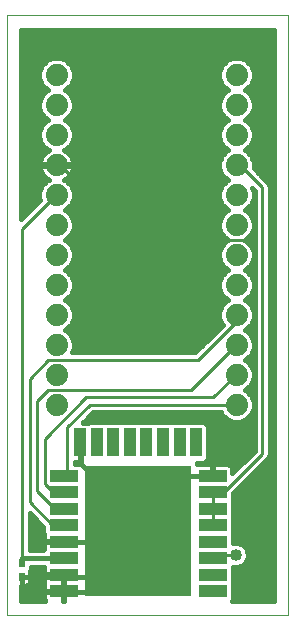
<source format=gtl>
G75*
%MOIN*%
%OFA0B0*%
%FSLAX25Y25*%
%IPPOS*%
%LPD*%
%AMOC8*
5,1,8,0,0,1.08239X$1,22.5*
%
%ADD10C,0.00000*%
%ADD11R,0.03937X0.09646*%
%ADD12R,0.09646X0.03937*%
%ADD13R,0.35433X0.43307*%
%ADD14C,0.07400*%
%ADD15R,0.02000X0.02600*%
%ADD16C,0.01000*%
%ADD17C,0.01600*%
%ADD18C,0.04000*%
D10*
X0003000Y0001800D02*
X0003000Y0201761D01*
X0096701Y0201761D01*
X0096701Y0001800D01*
X0003000Y0001800D01*
D11*
X0027429Y0059300D03*
X0032941Y0059300D03*
X0038453Y0059300D03*
X0043965Y0059300D03*
X0049476Y0059300D03*
X0054988Y0059300D03*
X0060500Y0059300D03*
X0066012Y0059300D03*
D12*
X0071524Y0048276D03*
X0071524Y0042765D03*
X0071524Y0037253D03*
X0071524Y0031741D03*
X0071524Y0026229D03*
X0071524Y0020717D03*
X0071524Y0015206D03*
X0071524Y0009694D03*
X0021917Y0009694D03*
X0021917Y0015206D03*
X0021917Y0020717D03*
X0021917Y0026229D03*
X0021917Y0031741D03*
X0021917Y0037253D03*
X0021917Y0042765D03*
X0021917Y0048276D03*
D13*
X0046720Y0029772D03*
D14*
X0019500Y0071800D03*
X0019500Y0081800D03*
X0019500Y0091800D03*
X0019500Y0101800D03*
X0019500Y0111800D03*
X0019500Y0121800D03*
X0019500Y0131800D03*
X0019500Y0141800D03*
X0019500Y0151800D03*
X0019500Y0161800D03*
X0019500Y0171800D03*
X0019500Y0181800D03*
X0079500Y0181800D03*
X0079500Y0171800D03*
X0079500Y0161800D03*
X0079500Y0151800D03*
X0079500Y0141800D03*
X0079500Y0131800D03*
X0079500Y0121800D03*
X0079500Y0111800D03*
X0079500Y0101800D03*
X0079500Y0091800D03*
X0079500Y0081800D03*
X0079500Y0071800D03*
D15*
X0008000Y0019000D03*
X0008000Y0014600D03*
D16*
X0008000Y0020550D02*
X0008000Y0130550D01*
X0019250Y0141800D01*
X0019500Y0141800D01*
X0019500Y0151800D02*
X0020500Y0151800D01*
X0045500Y0126800D01*
X0081750Y0126800D01*
X0085500Y0123050D01*
X0085500Y0070550D01*
X0071750Y0056800D01*
X0071750Y0049300D01*
X0071524Y0048276D01*
X0071750Y0043050D02*
X0071524Y0042765D01*
X0071750Y0041800D01*
X0071750Y0038050D01*
X0071524Y0037253D01*
X0071750Y0036800D01*
X0071750Y0031800D01*
X0071524Y0031741D01*
X0071750Y0021800D02*
X0071524Y0020717D01*
X0071750Y0021800D02*
X0079250Y0021800D01*
X0075500Y0043050D02*
X0071750Y0043050D01*
X0075500Y0043050D02*
X0088000Y0055550D01*
X0088000Y0144300D01*
X0080500Y0151800D01*
X0079500Y0151800D01*
X0079250Y0101800D02*
X0079500Y0101800D01*
X0079250Y0101800D02*
X0079250Y0099300D01*
X0066750Y0086800D01*
X0016750Y0086800D01*
X0010500Y0080550D01*
X0010500Y0039300D01*
X0018000Y0031800D01*
X0021750Y0031800D01*
X0021917Y0031741D01*
X0021917Y0037253D02*
X0021750Y0038050D01*
X0018000Y0038050D01*
X0013000Y0043050D01*
X0013000Y0073050D01*
X0016750Y0076800D01*
X0064250Y0076800D01*
X0079250Y0091800D01*
X0079500Y0091800D01*
X0079500Y0081800D02*
X0079250Y0081800D01*
X0071750Y0074300D01*
X0029250Y0074300D01*
X0015500Y0060550D01*
X0015500Y0045550D01*
X0018000Y0043050D01*
X0021750Y0043050D01*
X0021917Y0042765D01*
X0021917Y0048276D02*
X0023000Y0049300D01*
X0023000Y0064300D01*
X0030500Y0071800D01*
X0079500Y0071800D01*
X0021917Y0015206D02*
X0021750Y0014300D01*
D17*
X0021917Y0014300D01*
X0021917Y0009694D01*
X0021917Y0009300D01*
X0030500Y0009300D01*
X0033000Y0014300D02*
X0033000Y0026229D01*
X0033000Y0026800D01*
X0043000Y0036800D01*
X0027429Y0052371D01*
X0027429Y0059300D01*
X0027245Y0059116D02*
X0027613Y0059116D01*
X0027613Y0052864D01*
X0027004Y0052254D01*
X0027004Y0052245D01*
X0025500Y0052245D01*
X0025500Y0052677D01*
X0027245Y0052677D01*
X0027245Y0059116D01*
X0027245Y0058045D02*
X0027613Y0058045D01*
X0027613Y0056447D02*
X0027245Y0056447D01*
X0027245Y0054848D02*
X0027613Y0054848D01*
X0027613Y0053250D02*
X0027245Y0053250D01*
X0028158Y0065923D02*
X0031536Y0069300D01*
X0074366Y0069300D01*
X0074668Y0068571D01*
X0076271Y0066968D01*
X0078366Y0066100D01*
X0080634Y0066100D01*
X0082729Y0066968D01*
X0084332Y0068571D01*
X0085200Y0070666D01*
X0085200Y0072934D01*
X0084332Y0075029D01*
X0082729Y0076632D01*
X0082324Y0076800D01*
X0082729Y0076968D01*
X0084332Y0078571D01*
X0085200Y0080666D01*
X0085200Y0082934D01*
X0084332Y0085029D01*
X0082729Y0086632D01*
X0082324Y0086800D01*
X0082729Y0086968D01*
X0084332Y0088571D01*
X0085200Y0090666D01*
X0085200Y0092934D01*
X0084332Y0095029D01*
X0082729Y0096632D01*
X0082324Y0096800D01*
X0082729Y0096968D01*
X0084332Y0098571D01*
X0085200Y0100666D01*
X0085200Y0102934D01*
X0084332Y0105029D01*
X0082729Y0106632D01*
X0082324Y0106800D01*
X0082729Y0106968D01*
X0084332Y0108571D01*
X0085200Y0110666D01*
X0085200Y0112934D01*
X0084332Y0115029D01*
X0082729Y0116632D01*
X0082324Y0116800D01*
X0082729Y0116968D01*
X0084332Y0118571D01*
X0085200Y0120666D01*
X0085200Y0122934D01*
X0084332Y0125029D01*
X0082729Y0126632D01*
X0082324Y0126800D01*
X0082729Y0126968D01*
X0084332Y0128571D01*
X0085200Y0130666D01*
X0085200Y0132934D01*
X0084332Y0135029D01*
X0082729Y0136632D01*
X0082324Y0136800D01*
X0082729Y0136968D01*
X0084332Y0138571D01*
X0085200Y0140666D01*
X0085200Y0142934D01*
X0084754Y0144010D01*
X0085500Y0143264D01*
X0085500Y0056586D01*
X0078146Y0049232D01*
X0078146Y0050482D01*
X0078024Y0050940D01*
X0077787Y0051350D01*
X0077452Y0051685D01*
X0077041Y0051922D01*
X0076583Y0052045D01*
X0071708Y0052045D01*
X0071708Y0048461D01*
X0071339Y0048461D01*
X0071339Y0052045D01*
X0066464Y0052045D01*
X0066437Y0052038D01*
X0066437Y0052254D01*
X0066214Y0052477D01*
X0068809Y0052477D01*
X0069980Y0053649D01*
X0069980Y0064951D01*
X0068809Y0066123D01*
X0030144Y0066123D01*
X0029879Y0065857D01*
X0029635Y0065923D01*
X0028158Y0065923D01*
X0028273Y0066038D02*
X0030059Y0066038D01*
X0029872Y0067636D02*
X0075603Y0067636D01*
X0074393Y0069235D02*
X0031470Y0069235D01*
X0024634Y0089300D02*
X0025200Y0090666D01*
X0025200Y0092934D01*
X0024332Y0095029D01*
X0022729Y0096632D01*
X0022324Y0096800D01*
X0022729Y0096968D01*
X0024332Y0098571D01*
X0025200Y0100666D01*
X0025200Y0102934D01*
X0024332Y0105029D01*
X0022729Y0106632D01*
X0022324Y0106800D01*
X0022729Y0106968D01*
X0024332Y0108571D01*
X0025200Y0110666D01*
X0025200Y0112934D01*
X0024332Y0115029D01*
X0022729Y0116632D01*
X0022324Y0116800D01*
X0022729Y0116968D01*
X0024332Y0118571D01*
X0025200Y0120666D01*
X0025200Y0122934D01*
X0024332Y0125029D01*
X0022729Y0126632D01*
X0022324Y0126800D01*
X0022729Y0126968D01*
X0024332Y0128571D01*
X0025200Y0130666D01*
X0025200Y0132934D01*
X0024332Y0135029D01*
X0022729Y0136632D01*
X0022324Y0136800D01*
X0022729Y0136968D01*
X0024332Y0138571D01*
X0025200Y0140666D01*
X0025200Y0142934D01*
X0024332Y0145029D01*
X0022729Y0146632D01*
X0022036Y0146919D01*
X0022383Y0147096D01*
X0023083Y0147605D01*
X0023695Y0148217D01*
X0024204Y0148917D01*
X0024597Y0149689D01*
X0024865Y0150512D01*
X0025000Y0151367D01*
X0025000Y0151600D01*
X0019700Y0151600D01*
X0019700Y0152000D01*
X0025000Y0152000D01*
X0025000Y0152233D01*
X0024865Y0153088D01*
X0024597Y0153911D01*
X0024204Y0154683D01*
X0023695Y0155383D01*
X0023083Y0155995D01*
X0022383Y0156504D01*
X0022036Y0156681D01*
X0022729Y0156968D01*
X0024332Y0158571D01*
X0025200Y0160666D01*
X0025200Y0162934D01*
X0024332Y0165029D01*
X0022729Y0166632D01*
X0022324Y0166800D01*
X0022729Y0166968D01*
X0024332Y0168571D01*
X0025200Y0170666D01*
X0025200Y0172934D01*
X0024332Y0175029D01*
X0022729Y0176632D01*
X0022324Y0176800D01*
X0022729Y0176968D01*
X0024332Y0178571D01*
X0025200Y0180666D01*
X0025200Y0182934D01*
X0024332Y0185029D01*
X0022729Y0186632D01*
X0020634Y0187500D01*
X0018366Y0187500D01*
X0016271Y0186632D01*
X0014668Y0185029D01*
X0013800Y0182934D01*
X0013800Y0180666D01*
X0014668Y0178571D01*
X0016271Y0176968D01*
X0016676Y0176800D01*
X0016271Y0176632D01*
X0014668Y0175029D01*
X0013800Y0172934D01*
X0013800Y0170666D01*
X0014668Y0168571D01*
X0016271Y0166968D01*
X0016676Y0166800D01*
X0016271Y0166632D01*
X0014668Y0165029D01*
X0013800Y0162934D01*
X0013800Y0160666D01*
X0014668Y0158571D01*
X0016271Y0156968D01*
X0016964Y0156681D01*
X0016617Y0156504D01*
X0015917Y0155995D01*
X0015305Y0155383D01*
X0014796Y0154683D01*
X0014403Y0153911D01*
X0014135Y0153088D01*
X0014000Y0152233D01*
X0014000Y0152000D01*
X0019300Y0152000D01*
X0019300Y0151600D01*
X0014000Y0151600D01*
X0014000Y0151367D01*
X0014135Y0150512D01*
X0014403Y0149689D01*
X0014796Y0148917D01*
X0015305Y0148217D01*
X0015917Y0147605D01*
X0016617Y0147096D01*
X0016964Y0146919D01*
X0016271Y0146632D01*
X0014668Y0145029D01*
X0013800Y0142934D01*
X0013800Y0140666D01*
X0014029Y0140114D01*
X0007800Y0133886D01*
X0007800Y0196961D01*
X0091901Y0196961D01*
X0091901Y0006600D01*
X0078050Y0006600D01*
X0078346Y0006897D01*
X0078346Y0017845D01*
X0078454Y0017800D01*
X0080046Y0017800D01*
X0081516Y0018409D01*
X0082641Y0019534D01*
X0083250Y0021004D01*
X0083250Y0022596D01*
X0082641Y0024066D01*
X0081516Y0025191D01*
X0080046Y0025800D01*
X0078454Y0025800D01*
X0078346Y0025755D01*
X0078346Y0042361D01*
X0089416Y0053431D01*
X0090119Y0054134D01*
X0090500Y0055053D01*
X0090500Y0144797D01*
X0090119Y0145716D01*
X0085191Y0150645D01*
X0085200Y0150666D01*
X0085200Y0152934D01*
X0084332Y0155029D01*
X0082729Y0156632D01*
X0082324Y0156800D01*
X0082729Y0156968D01*
X0084332Y0158571D01*
X0085200Y0160666D01*
X0085200Y0162934D01*
X0084332Y0165029D01*
X0082729Y0166632D01*
X0082324Y0166800D01*
X0082729Y0166968D01*
X0084332Y0168571D01*
X0085200Y0170666D01*
X0085200Y0172934D01*
X0084332Y0175029D01*
X0082729Y0176632D01*
X0082324Y0176800D01*
X0082729Y0176968D01*
X0084332Y0178571D01*
X0085200Y0180666D01*
X0085200Y0182934D01*
X0084332Y0185029D01*
X0082729Y0186632D01*
X0080634Y0187500D01*
X0078366Y0187500D01*
X0076271Y0186632D01*
X0074668Y0185029D01*
X0073800Y0182934D01*
X0073800Y0180666D01*
X0074668Y0178571D01*
X0076271Y0176968D01*
X0076676Y0176800D01*
X0076271Y0176632D01*
X0074668Y0175029D01*
X0073800Y0172934D01*
X0073800Y0170666D01*
X0074668Y0168571D01*
X0076271Y0166968D01*
X0076676Y0166800D01*
X0076271Y0166632D01*
X0074668Y0165029D01*
X0073800Y0162934D01*
X0073800Y0160666D01*
X0074668Y0158571D01*
X0076271Y0156968D01*
X0076676Y0156800D01*
X0076271Y0156632D01*
X0074668Y0155029D01*
X0073800Y0152934D01*
X0073800Y0150666D01*
X0074668Y0148571D01*
X0076271Y0146968D01*
X0076676Y0146800D01*
X0076271Y0146632D01*
X0074668Y0145029D01*
X0073800Y0142934D01*
X0073800Y0140666D01*
X0074668Y0138571D01*
X0076271Y0136968D01*
X0076676Y0136800D01*
X0076271Y0136632D01*
X0074668Y0135029D01*
X0073800Y0132934D01*
X0073800Y0130666D01*
X0074668Y0128571D01*
X0076271Y0126968D01*
X0076676Y0126800D01*
X0076271Y0126632D01*
X0074668Y0125029D01*
X0073800Y0122934D01*
X0073800Y0120666D01*
X0074668Y0118571D01*
X0076271Y0116968D01*
X0076676Y0116800D01*
X0076271Y0116632D01*
X0074668Y0115029D01*
X0073800Y0112934D01*
X0073800Y0110666D01*
X0074668Y0108571D01*
X0076271Y0106968D01*
X0076676Y0106800D01*
X0076271Y0106632D01*
X0074668Y0105029D01*
X0073800Y0102934D01*
X0073800Y0100666D01*
X0074668Y0098571D01*
X0074827Y0098412D01*
X0065714Y0089300D01*
X0024634Y0089300D01*
X0024930Y0090015D02*
X0066430Y0090015D01*
X0068028Y0091614D02*
X0025200Y0091614D01*
X0025085Y0093212D02*
X0069627Y0093212D01*
X0071225Y0094811D02*
X0024422Y0094811D01*
X0022952Y0096409D02*
X0072824Y0096409D01*
X0074422Y0098008D02*
X0023769Y0098008D01*
X0024761Y0099606D02*
X0074239Y0099606D01*
X0073800Y0101205D02*
X0025200Y0101205D01*
X0025200Y0102803D02*
X0073800Y0102803D01*
X0074408Y0104402D02*
X0024592Y0104402D01*
X0023360Y0106001D02*
X0075639Y0106001D01*
X0075640Y0107599D02*
X0023360Y0107599D01*
X0024592Y0109198D02*
X0074408Y0109198D01*
X0073800Y0110796D02*
X0025200Y0110796D01*
X0025200Y0112395D02*
X0073800Y0112395D01*
X0074239Y0113993D02*
X0024761Y0113993D01*
X0023769Y0115592D02*
X0075231Y0115592D01*
X0076049Y0117190D02*
X0022951Y0117190D01*
X0024422Y0118789D02*
X0074578Y0118789D01*
X0073916Y0120387D02*
X0025084Y0120387D01*
X0025200Y0121986D02*
X0073800Y0121986D01*
X0074069Y0123584D02*
X0024931Y0123584D01*
X0024178Y0125183D02*
X0074822Y0125183D01*
X0076631Y0126781D02*
X0022369Y0126781D01*
X0024141Y0128380D02*
X0074859Y0128380D01*
X0074085Y0129978D02*
X0024915Y0129978D01*
X0025200Y0131577D02*
X0073800Y0131577D01*
X0073900Y0133175D02*
X0025100Y0133175D01*
X0024438Y0134774D02*
X0074562Y0134774D01*
X0075268Y0137971D02*
X0023732Y0137971D01*
X0022989Y0136372D02*
X0076011Y0136372D01*
X0074254Y0139569D02*
X0024746Y0139569D01*
X0025200Y0141168D02*
X0073800Y0141168D01*
X0073800Y0142766D02*
X0025200Y0142766D01*
X0024607Y0144365D02*
X0074393Y0144365D01*
X0075602Y0145963D02*
X0023398Y0145963D01*
X0023024Y0147562D02*
X0075677Y0147562D01*
X0074424Y0149160D02*
X0024328Y0149160D01*
X0024904Y0150759D02*
X0073800Y0150759D01*
X0073800Y0152357D02*
X0024980Y0152357D01*
X0024574Y0153956D02*
X0074223Y0153956D01*
X0075193Y0155554D02*
X0023524Y0155554D01*
X0022914Y0157153D02*
X0076086Y0157153D01*
X0074593Y0158751D02*
X0024407Y0158751D01*
X0025069Y0160350D02*
X0073931Y0160350D01*
X0073800Y0161948D02*
X0025200Y0161948D01*
X0024946Y0163547D02*
X0074054Y0163547D01*
X0074784Y0165145D02*
X0024216Y0165145D01*
X0024103Y0168342D02*
X0074897Y0168342D01*
X0074100Y0169941D02*
X0024900Y0169941D01*
X0025200Y0171539D02*
X0073800Y0171539D01*
X0073885Y0173138D02*
X0025115Y0173138D01*
X0024453Y0174737D02*
X0074547Y0174737D01*
X0075974Y0176335D02*
X0023026Y0176335D01*
X0023695Y0177934D02*
X0075305Y0177934D01*
X0074270Y0179532D02*
X0024730Y0179532D01*
X0025200Y0181131D02*
X0073800Y0181131D01*
X0073800Y0182729D02*
X0025200Y0182729D01*
X0024623Y0184328D02*
X0074377Y0184328D01*
X0075565Y0185926D02*
X0023435Y0185926D01*
X0015974Y0176335D02*
X0007800Y0176335D01*
X0007800Y0174737D02*
X0014547Y0174737D01*
X0013885Y0173138D02*
X0007800Y0173138D01*
X0007800Y0171539D02*
X0013800Y0171539D01*
X0014100Y0169941D02*
X0007800Y0169941D01*
X0007800Y0168342D02*
X0014897Y0168342D01*
X0014784Y0165145D02*
X0007800Y0165145D01*
X0007800Y0163547D02*
X0014054Y0163547D01*
X0013800Y0161948D02*
X0007800Y0161948D01*
X0007800Y0160350D02*
X0013931Y0160350D01*
X0014593Y0158751D02*
X0007800Y0158751D01*
X0007800Y0157153D02*
X0016086Y0157153D01*
X0015476Y0155554D02*
X0007800Y0155554D01*
X0007800Y0153956D02*
X0014426Y0153956D01*
X0014020Y0152357D02*
X0007800Y0152357D01*
X0007800Y0150759D02*
X0014096Y0150759D01*
X0014672Y0149160D02*
X0007800Y0149160D01*
X0007800Y0147562D02*
X0015976Y0147562D01*
X0015602Y0145963D02*
X0007800Y0145963D01*
X0007800Y0144365D02*
X0014393Y0144365D01*
X0013800Y0142766D02*
X0007800Y0142766D01*
X0007800Y0141168D02*
X0013800Y0141168D01*
X0013484Y0139569D02*
X0007800Y0139569D01*
X0007800Y0137971D02*
X0011885Y0137971D01*
X0010287Y0136372D02*
X0007800Y0136372D01*
X0007800Y0134774D02*
X0008688Y0134774D01*
X0007800Y0166744D02*
X0016541Y0166744D01*
X0022459Y0166744D02*
X0076541Y0166744D01*
X0082459Y0166744D02*
X0091901Y0166744D01*
X0091901Y0168342D02*
X0084103Y0168342D01*
X0084900Y0169941D02*
X0091901Y0169941D01*
X0091901Y0171539D02*
X0085200Y0171539D01*
X0085115Y0173138D02*
X0091901Y0173138D01*
X0091901Y0174737D02*
X0084453Y0174737D01*
X0083026Y0176335D02*
X0091901Y0176335D01*
X0091901Y0177934D02*
X0083695Y0177934D01*
X0084730Y0179532D02*
X0091901Y0179532D01*
X0091901Y0181131D02*
X0085200Y0181131D01*
X0085200Y0182729D02*
X0091901Y0182729D01*
X0091901Y0184328D02*
X0084623Y0184328D01*
X0083435Y0185926D02*
X0091901Y0185926D01*
X0091901Y0187525D02*
X0007800Y0187525D01*
X0007800Y0189123D02*
X0091901Y0189123D01*
X0091901Y0190722D02*
X0007800Y0190722D01*
X0007800Y0192320D02*
X0091901Y0192320D01*
X0091901Y0193919D02*
X0007800Y0193919D01*
X0007800Y0195517D02*
X0091901Y0195517D01*
X0091901Y0165145D02*
X0084216Y0165145D01*
X0084946Y0163547D02*
X0091901Y0163547D01*
X0091901Y0161948D02*
X0085200Y0161948D01*
X0085069Y0160350D02*
X0091901Y0160350D01*
X0091901Y0158751D02*
X0084407Y0158751D01*
X0082914Y0157153D02*
X0091901Y0157153D01*
X0091901Y0155554D02*
X0083807Y0155554D01*
X0084777Y0153956D02*
X0091901Y0153956D01*
X0091901Y0152357D02*
X0085200Y0152357D01*
X0085200Y0150759D02*
X0091901Y0150759D01*
X0091901Y0149160D02*
X0086675Y0149160D01*
X0088274Y0147562D02*
X0091901Y0147562D01*
X0091901Y0145963D02*
X0089872Y0145963D01*
X0090500Y0144365D02*
X0091901Y0144365D01*
X0091901Y0142766D02*
X0090500Y0142766D01*
X0090500Y0141168D02*
X0091901Y0141168D01*
X0091901Y0139569D02*
X0090500Y0139569D01*
X0090500Y0137971D02*
X0091901Y0137971D01*
X0091901Y0136372D02*
X0090500Y0136372D01*
X0090500Y0134774D02*
X0091901Y0134774D01*
X0091901Y0133175D02*
X0090500Y0133175D01*
X0090500Y0131577D02*
X0091901Y0131577D01*
X0091901Y0129978D02*
X0090500Y0129978D01*
X0090500Y0128380D02*
X0091901Y0128380D01*
X0091901Y0126781D02*
X0090500Y0126781D01*
X0090500Y0125183D02*
X0091901Y0125183D01*
X0091901Y0123584D02*
X0090500Y0123584D01*
X0090500Y0121986D02*
X0091901Y0121986D01*
X0091901Y0120387D02*
X0090500Y0120387D01*
X0090500Y0118789D02*
X0091901Y0118789D01*
X0091901Y0117190D02*
X0090500Y0117190D01*
X0090500Y0115592D02*
X0091901Y0115592D01*
X0091901Y0113993D02*
X0090500Y0113993D01*
X0090500Y0112395D02*
X0091901Y0112395D01*
X0091901Y0110796D02*
X0090500Y0110796D01*
X0090500Y0109198D02*
X0091901Y0109198D01*
X0091901Y0107599D02*
X0090500Y0107599D01*
X0090500Y0106001D02*
X0091901Y0106001D01*
X0091901Y0104402D02*
X0090500Y0104402D01*
X0090500Y0102803D02*
X0091901Y0102803D01*
X0091901Y0101205D02*
X0090500Y0101205D01*
X0090500Y0099606D02*
X0091901Y0099606D01*
X0091901Y0098008D02*
X0090500Y0098008D01*
X0090500Y0096409D02*
X0091901Y0096409D01*
X0091901Y0094811D02*
X0090500Y0094811D01*
X0090500Y0093212D02*
X0091901Y0093212D01*
X0091901Y0091614D02*
X0090500Y0091614D01*
X0090500Y0090015D02*
X0091901Y0090015D01*
X0091901Y0088417D02*
X0090500Y0088417D01*
X0090500Y0086818D02*
X0091901Y0086818D01*
X0091901Y0085220D02*
X0090500Y0085220D01*
X0090500Y0083621D02*
X0091901Y0083621D01*
X0091901Y0082023D02*
X0090500Y0082023D01*
X0090500Y0080424D02*
X0091901Y0080424D01*
X0091901Y0078826D02*
X0090500Y0078826D01*
X0090500Y0077227D02*
X0091901Y0077227D01*
X0091901Y0075629D02*
X0090500Y0075629D01*
X0090500Y0074030D02*
X0091901Y0074030D01*
X0091901Y0072432D02*
X0090500Y0072432D01*
X0090500Y0070833D02*
X0091901Y0070833D01*
X0091901Y0069235D02*
X0090500Y0069235D01*
X0090500Y0067636D02*
X0091901Y0067636D01*
X0091901Y0066038D02*
X0090500Y0066038D01*
X0090500Y0064439D02*
X0091901Y0064439D01*
X0091901Y0062841D02*
X0090500Y0062841D01*
X0090500Y0061242D02*
X0091901Y0061242D01*
X0091901Y0059644D02*
X0090500Y0059644D01*
X0090500Y0058045D02*
X0091901Y0058045D01*
X0091901Y0056447D02*
X0090500Y0056447D01*
X0090415Y0054848D02*
X0091901Y0054848D01*
X0091901Y0053250D02*
X0089235Y0053250D01*
X0087637Y0051651D02*
X0091901Y0051651D01*
X0091901Y0050053D02*
X0086038Y0050053D01*
X0084440Y0048454D02*
X0091901Y0048454D01*
X0091901Y0046856D02*
X0082841Y0046856D01*
X0081243Y0045257D02*
X0091901Y0045257D01*
X0091901Y0043659D02*
X0079644Y0043659D01*
X0078346Y0042060D02*
X0091901Y0042060D01*
X0091901Y0040462D02*
X0078346Y0040462D01*
X0078346Y0038863D02*
X0091901Y0038863D01*
X0091901Y0037265D02*
X0078346Y0037265D01*
X0078346Y0035666D02*
X0091901Y0035666D01*
X0091901Y0034068D02*
X0078346Y0034068D01*
X0078346Y0032469D02*
X0091901Y0032469D01*
X0091901Y0030870D02*
X0078346Y0030870D01*
X0078346Y0029272D02*
X0091901Y0029272D01*
X0091901Y0027673D02*
X0078346Y0027673D01*
X0078346Y0026075D02*
X0091901Y0026075D01*
X0091901Y0024476D02*
X0082230Y0024476D01*
X0083133Y0022878D02*
X0091901Y0022878D01*
X0091901Y0021279D02*
X0083250Y0021279D01*
X0082702Y0019681D02*
X0091901Y0019681D01*
X0091901Y0018082D02*
X0080727Y0018082D01*
X0078346Y0016484D02*
X0091901Y0016484D01*
X0091901Y0014885D02*
X0078346Y0014885D01*
X0078346Y0013287D02*
X0091901Y0013287D01*
X0091901Y0011688D02*
X0078346Y0011688D01*
X0078346Y0010090D02*
X0091901Y0010090D01*
X0091901Y0008491D02*
X0078346Y0008491D01*
X0078342Y0006893D02*
X0091901Y0006893D01*
X0078967Y0050053D02*
X0078146Y0050053D01*
X0077486Y0051651D02*
X0080566Y0051651D01*
X0082164Y0053250D02*
X0069581Y0053250D01*
X0069980Y0054848D02*
X0083763Y0054848D01*
X0085361Y0056447D02*
X0069980Y0056447D01*
X0069980Y0058045D02*
X0085500Y0058045D01*
X0085500Y0059644D02*
X0069980Y0059644D01*
X0069980Y0061242D02*
X0085500Y0061242D01*
X0085500Y0062841D02*
X0069980Y0062841D01*
X0069980Y0064439D02*
X0085500Y0064439D01*
X0085500Y0066038D02*
X0068894Y0066038D01*
X0071339Y0051651D02*
X0071708Y0051651D01*
X0071708Y0050053D02*
X0071339Y0050053D01*
X0071524Y0048276D02*
X0063000Y0048276D01*
X0063000Y0046800D01*
X0053000Y0046800D01*
X0043000Y0036800D01*
X0033000Y0026229D02*
X0021917Y0026229D01*
X0021733Y0026075D02*
X0010500Y0026075D01*
X0010500Y0027673D02*
X0015294Y0027673D01*
X0015294Y0028435D02*
X0015294Y0026413D01*
X0021733Y0026413D01*
X0021733Y0026045D01*
X0015294Y0026045D01*
X0015294Y0024024D01*
X0015360Y0023780D01*
X0015098Y0023517D01*
X0010500Y0023517D01*
X0010500Y0035764D01*
X0015094Y0031170D01*
X0015094Y0028944D01*
X0015360Y0028679D01*
X0015294Y0028435D01*
X0015094Y0029272D02*
X0010500Y0029272D01*
X0010500Y0030870D02*
X0015094Y0030870D01*
X0013795Y0032469D02*
X0010500Y0032469D01*
X0010500Y0034068D02*
X0012197Y0034068D01*
X0010598Y0035666D02*
X0010500Y0035666D01*
X0010500Y0024476D02*
X0015294Y0024476D01*
X0015098Y0017917D02*
X0011000Y0017917D01*
X0011000Y0016872D01*
X0010687Y0016559D01*
X0010800Y0016137D01*
X0010800Y0014600D01*
X0008000Y0014600D01*
X0018000Y0014600D01*
X0018000Y0014300D01*
X0021750Y0014300D01*
X0021917Y0014300D02*
X0033000Y0014300D01*
X0022102Y0014885D02*
X0021733Y0014885D01*
X0021733Y0015021D02*
X0022102Y0015021D01*
X0022102Y0009878D01*
X0021733Y0009878D01*
X0021733Y0009509D01*
X0022102Y0009509D01*
X0022102Y0006600D01*
X0021733Y0006600D01*
X0021733Y0009509D01*
X0015294Y0009509D01*
X0015294Y0007488D01*
X0015417Y0007030D01*
X0015654Y0006620D01*
X0015674Y0006600D01*
X0007800Y0006600D01*
X0007800Y0011500D01*
X0008000Y0011500D01*
X0009237Y0011500D01*
X0009695Y0011623D01*
X0010105Y0011860D01*
X0010440Y0012195D01*
X0010677Y0012605D01*
X0010800Y0013063D01*
X0010800Y0014600D01*
X0008000Y0014600D01*
X0008000Y0014600D01*
X0008000Y0011500D01*
X0008000Y0014600D01*
X0008000Y0014600D01*
X0008000Y0013287D02*
X0008000Y0013287D01*
X0008000Y0011688D02*
X0008000Y0011688D01*
X0007800Y0010090D02*
X0015294Y0010090D01*
X0015294Y0009878D02*
X0021733Y0009878D01*
X0021733Y0011437D01*
X0021733Y0015021D01*
X0015294Y0015021D01*
X0015294Y0013000D01*
X0015417Y0012542D01*
X0015471Y0012450D01*
X0015417Y0012357D01*
X0015294Y0011899D01*
X0015294Y0009878D01*
X0015294Y0008491D02*
X0007800Y0008491D01*
X0007800Y0006893D02*
X0015497Y0006893D01*
X0015294Y0011688D02*
X0009809Y0011688D01*
X0010800Y0013287D02*
X0015294Y0013287D01*
X0015294Y0014885D02*
X0010800Y0014885D01*
X0010707Y0016484D02*
X0015294Y0016484D01*
X0015294Y0017411D02*
X0015294Y0015390D01*
X0021733Y0015390D01*
X0021733Y0015021D01*
X0021733Y0013287D02*
X0022102Y0013287D01*
X0022102Y0011688D02*
X0021733Y0011688D01*
X0021733Y0010090D02*
X0022102Y0010090D01*
X0022102Y0008491D02*
X0021733Y0008491D01*
X0021733Y0006893D02*
X0022102Y0006893D01*
X0015294Y0017411D02*
X0015360Y0017655D01*
X0015098Y0017917D01*
X0021917Y0020717D02*
X0008000Y0020717D01*
X0008000Y0020550D01*
X0008000Y0019000D01*
X0082368Y0086818D02*
X0085500Y0086818D01*
X0085500Y0085220D02*
X0084141Y0085220D01*
X0084915Y0083621D02*
X0085500Y0083621D01*
X0085500Y0082023D02*
X0085200Y0082023D01*
X0085100Y0080424D02*
X0085500Y0080424D01*
X0085500Y0078826D02*
X0084438Y0078826D01*
X0085500Y0077227D02*
X0082988Y0077227D01*
X0083732Y0075629D02*
X0085500Y0075629D01*
X0085500Y0074030D02*
X0084746Y0074030D01*
X0085200Y0072432D02*
X0085500Y0072432D01*
X0085500Y0070833D02*
X0085200Y0070833D01*
X0085500Y0069235D02*
X0084607Y0069235D01*
X0085500Y0067636D02*
X0083397Y0067636D01*
X0084178Y0088417D02*
X0085500Y0088417D01*
X0085500Y0090015D02*
X0084930Y0090015D01*
X0085200Y0091614D02*
X0085500Y0091614D01*
X0085500Y0093212D02*
X0085085Y0093212D01*
X0085500Y0094811D02*
X0084422Y0094811D01*
X0085500Y0096409D02*
X0082952Y0096409D01*
X0083769Y0098008D02*
X0085500Y0098008D01*
X0085500Y0099606D02*
X0084761Y0099606D01*
X0085200Y0101205D02*
X0085500Y0101205D01*
X0085500Y0102803D02*
X0085200Y0102803D01*
X0085500Y0104402D02*
X0084592Y0104402D01*
X0085500Y0106001D02*
X0083360Y0106001D01*
X0083360Y0107599D02*
X0085500Y0107599D01*
X0085500Y0109198D02*
X0084592Y0109198D01*
X0085200Y0110796D02*
X0085500Y0110796D01*
X0085500Y0112395D02*
X0085200Y0112395D01*
X0085500Y0113993D02*
X0084761Y0113993D01*
X0085500Y0115592D02*
X0083769Y0115592D01*
X0082951Y0117190D02*
X0085500Y0117190D01*
X0085500Y0118789D02*
X0084422Y0118789D01*
X0085084Y0120387D02*
X0085500Y0120387D01*
X0085500Y0121986D02*
X0085200Y0121986D01*
X0084931Y0123584D02*
X0085500Y0123584D01*
X0085500Y0125183D02*
X0084178Y0125183D01*
X0085500Y0126781D02*
X0082369Y0126781D01*
X0084141Y0128380D02*
X0085500Y0128380D01*
X0085500Y0129978D02*
X0084915Y0129978D01*
X0085200Y0131577D02*
X0085500Y0131577D01*
X0085500Y0133175D02*
X0085100Y0133175D01*
X0085500Y0134774D02*
X0084438Y0134774D01*
X0085500Y0136372D02*
X0082989Y0136372D01*
X0083732Y0137971D02*
X0085500Y0137971D01*
X0085500Y0139569D02*
X0084746Y0139569D01*
X0085200Y0141168D02*
X0085500Y0141168D01*
X0085500Y0142766D02*
X0085200Y0142766D01*
X0015305Y0177934D02*
X0007800Y0177934D01*
X0007800Y0179532D02*
X0014270Y0179532D01*
X0013800Y0181131D02*
X0007800Y0181131D01*
X0007800Y0182729D02*
X0013800Y0182729D01*
X0014377Y0184328D02*
X0007800Y0184328D01*
X0007800Y0185926D02*
X0015565Y0185926D01*
D18*
X0079250Y0021800D03*
M02*

</source>
